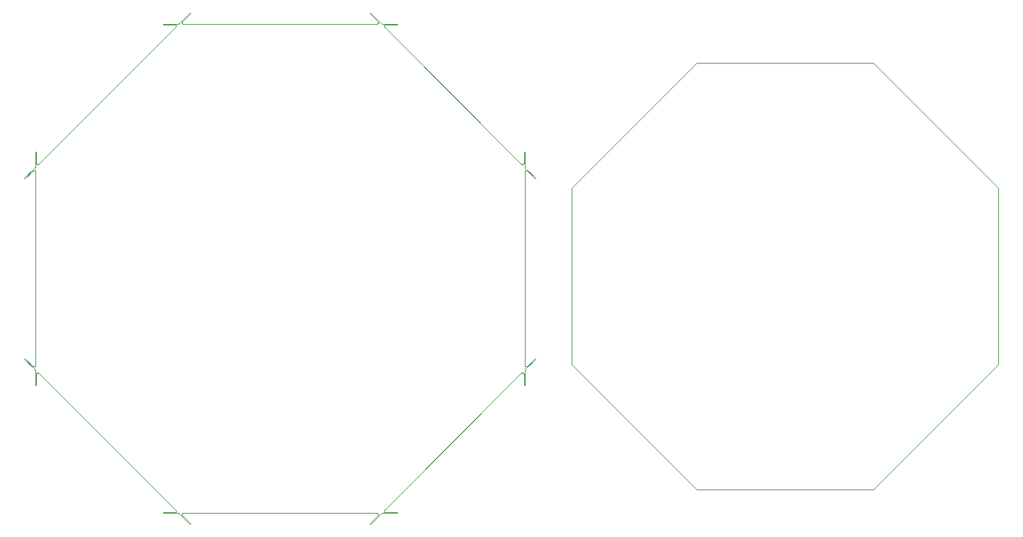
<source format=gbr>
%TF.GenerationSoftware,KiCad,Pcbnew,8.0.1*%
%TF.CreationDate,2024-04-23T14:00:23-07:00*%
%TF.ProjectId,week4PCB,7765656b-3450-4434-922e-6b696361645f,rev?*%
%TF.SameCoordinates,Original*%
%TF.FileFunction,OtherDrawing,Comment*%
%FSLAX46Y46*%
G04 Gerber Fmt 4.6, Leading zero omitted, Abs format (unit mm)*
G04 Created by KiCad (PCBNEW 8.0.1) date 2024-04-23 14:00:23*
%MOMM*%
%LPD*%
G01*
G04 APERTURE LIST*
%ADD10C,0.010000*%
G04 APERTURE END LIST*
D10*
X85843753Y6288776D02*
X85843114Y6282348D01*
X151816234Y9000000D02*
X174183766Y9000000D01*
X129596335Y23767084D02*
X129601149Y23771391D01*
X174183766Y9000000D02*
X190000000Y24816234D01*
X129823608Y23787796D02*
X129829002Y23784242D01*
X190000000Y47183766D02*
X174183766Y63000000D01*
X112315785Y6135894D02*
X112310026Y6138819D01*
X112358431Y6121199D02*
X112352139Y6122661D01*
X136000000Y47183766D02*
X136000000Y24816234D01*
X86683052Y6002719D02*
X86688706Y6005842D01*
X99027479Y6022330D02*
X111234586Y6022330D01*
X129757900Y50186307D02*
X129751532Y50185226D01*
X111298722Y6026531D02*
X111305131Y6025728D01*
X67991231Y49772792D02*
X66657778Y48439340D01*
X111234586Y6022330D02*
X111240888Y6023745D01*
X68410566Y50200618D02*
X68404665Y50197990D01*
X85844334Y67691863D02*
X85844082Y67685409D01*
X86637929Y5966436D02*
X86642357Y5971138D01*
X86594143Y68201859D02*
X86595718Y68208124D01*
X86589884Y68144115D02*
X86589468Y68150561D01*
X130184496Y24561795D02*
X130178039Y24561989D01*
X68265985Y23805033D02*
X68272072Y23807193D01*
X67908888Y24566287D02*
X67902561Y24564986D01*
X85785464Y67559690D02*
X85780682Y67555347D01*
X130265905Y24579298D02*
X130260004Y24576670D01*
X129601149Y23771391D02*
X129606108Y23775529D01*
X129582826Y23753203D02*
X129587168Y23757985D01*
X86595284Y5887687D02*
X86597018Y5893909D01*
X68476306Y50251726D02*
X68472132Y50246797D01*
X112217038Y6352785D02*
X112218828Y6358991D01*
X111247235Y6024942D02*
X111253620Y6025918D01*
X112222446Y67761494D02*
X112224814Y67767503D01*
X130000948Y24728757D02*
X130000367Y24735190D01*
X68284453Y23810875D02*
X68290731Y23812393D01*
X111253620Y6025918D02*
X111260035Y6026673D01*
X85821814Y6215009D02*
X85818641Y6209383D01*
X85715232Y67873770D02*
X85721339Y67871665D01*
X111292289Y67972889D02*
X111285840Y67972530D01*
X111382874Y5995898D02*
X111388175Y5992208D01*
X111342659Y6016326D02*
X111348689Y6014012D01*
X129839404Y50223414D02*
X129834269Y50219496D01*
X111260035Y6026673D02*
X111266472Y6027207D01*
X85756129Y6145257D02*
X85750586Y6141942D01*
X85804064Y6188075D02*
X85799971Y6183078D01*
X111371906Y6002719D02*
X111377449Y5999404D01*
X85843607Y6321033D02*
X85844082Y6314591D01*
X85841991Y6333848D02*
X85842910Y6327454D01*
X111464434Y68137687D02*
X111463574Y68131286D01*
X129812470Y23794335D02*
X129818096Y23791162D01*
X111285840Y6027470D02*
X111292289Y6027111D01*
X111348689Y6014012D02*
X111354636Y6011492D01*
X111305131Y6025728D02*
X111311509Y6024705D01*
X68043805Y24684820D02*
X68041491Y24678789D01*
X129621802Y23786882D02*
X129627284Y23790298D01*
X111406784Y5704351D02*
X111402002Y5700008D01*
X111463574Y5868714D02*
X111464434Y5862313D01*
X111439961Y5935278D02*
X111443135Y5929652D01*
X111317847Y6023461D02*
X111324139Y6022000D01*
X85733316Y6133169D02*
X85727369Y6130649D01*
X111432079Y5733623D02*
X111428293Y5728390D01*
X111398379Y5984289D02*
X111403270Y5980070D01*
X111336552Y6018430D02*
X111342659Y6016326D01*
X111462173Y5804455D02*
X111460815Y5798141D01*
X111354636Y6011492D02*
X111360493Y6008767D01*
X111451464Y5912164D02*
X111453832Y5906155D01*
X111408012Y5975684D02*
X111412600Y5971138D01*
X111397073Y5695834D02*
X111392003Y5691832D01*
X111360493Y6008767D02*
X111366252Y6005842D01*
X112236317Y67790617D02*
X112239683Y67796130D01*
X112364769Y6119956D02*
X112358431Y6121199D01*
X111366252Y6005842D02*
X111371906Y6002719D01*
X111386798Y68311993D02*
X111392003Y68308168D01*
X111433041Y5946184D02*
X111436595Y5940790D01*
X67993914Y24610450D02*
X67989062Y24606187D01*
X111377449Y5999404D02*
X111382874Y5995898D01*
X86612636Y5750063D02*
X86609607Y5755768D01*
X111450809Y5767475D02*
X111448181Y5761574D01*
X111443135Y5929652D02*
X111446112Y5923920D01*
X111388175Y5992208D02*
X111393346Y5988336D01*
X111428293Y5728390D02*
X111424328Y5723291D01*
X111403270Y5980070D02*
X111408012Y5975684D01*
X68453809Y50228609D02*
X68448849Y50224471D01*
X68458622Y50232916D02*
X68453809Y50228609D01*
X129719342Y50183145D02*
X129712888Y50183397D01*
X129829002Y50215758D02*
X129823608Y50212204D01*
X112339726Y67873770D02*
X112345902Y67875662D01*
X111412600Y5971138D02*
X111417029Y5966436D01*
X68155814Y23693860D02*
X68158127Y23699890D01*
X86672083Y68004102D02*
X86666782Y68007792D01*
X111453232Y5773462D02*
X111450809Y5767475D01*
X85772025Y67843676D02*
X85777059Y67839628D01*
X85651603Y67882856D02*
X85658062Y67882944D01*
X111436595Y68059210D02*
X111433041Y68053816D01*
X111462492Y68124918D02*
X111461192Y68118591D01*
X111455992Y5900068D02*
X111457940Y5893909D01*
X86615860Y5744466D02*
X86612636Y5750063D01*
X130070893Y49397906D02*
X130076028Y49401824D01*
X112256088Y6426330D02*
X112260395Y6431143D01*
X111453832Y5906155D02*
X111455992Y5900068D01*
X129687273Y50186627D02*
X129680958Y50187984D01*
X111457940Y5893909D02*
X111459674Y5887687D01*
X86598966Y5900068D02*
X86601125Y5906155D01*
X129834269Y50219496D02*
X129829002Y50215758D01*
X129908736Y50395179D02*
X129909491Y50388764D01*
X86643545Y5708855D02*
X86639074Y5713517D01*
X68386470Y50191350D02*
X68380263Y50189559D01*
X130318623Y49383934D02*
X130323128Y49379305D01*
X112333619Y6128335D02*
X112327589Y6130649D01*
X111461192Y5881409D02*
X111462492Y5875082D01*
X111360493Y67991233D02*
X111354636Y67988508D01*
X129656280Y23804432D02*
X129662348Y23806647D01*
X111464927Y5823628D02*
X111464230Y5817207D01*
X85727369Y6130649D02*
X85721339Y6128335D01*
X86622879Y68266377D02*
X86626665Y68271610D01*
X130265905Y49420702D02*
X130271711Y49417872D01*
X130241809Y49429971D02*
X130247949Y49427967D01*
X112230928Y67611107D02*
X112228097Y67616913D01*
X130000367Y24735190D02*
X130000009Y24741639D01*
X130127411Y49428513D02*
X130133570Y49430461D01*
X130086688Y49409116D02*
X130092201Y49412482D01*
X130001561Y49226141D02*
X130000806Y49232556D01*
X111457450Y5785670D02*
X111455446Y5779530D01*
X112409806Y67882546D02*
X112416243Y67882012D01*
X111455446Y5779530D02*
X111453232Y5773462D01*
X112216604Y67743026D02*
X112218338Y67749248D01*
X129606108Y50224471D02*
X129601149Y50228609D01*
X130178039Y49438011D02*
X130184496Y49438205D01*
X130092201Y49412482D02*
X130097827Y49415656D01*
X85721339Y67871665D02*
X85727369Y67869351D01*
X85664520Y67882809D02*
X85670969Y67882451D01*
X130103559Y49418633D02*
X130109391Y49421411D01*
X111435682Y5738984D02*
X111432079Y5733623D01*
X68236862Y50208838D02*
X68231349Y50212204D01*
X111420190Y5718331D02*
X111415883Y5713517D01*
X130323128Y49379305D02*
X130327471Y49374523D01*
X130190955Y49438176D02*
X130197409Y49437923D01*
X85777059Y67839628D02*
X85781950Y67835409D01*
X111403270Y68019930D02*
X111398379Y68015711D01*
X112212048Y67672546D02*
X112211351Y67678967D01*
X112210624Y6308137D02*
X112210876Y6314591D01*
X111392003Y5691832D02*
X111386798Y5688007D01*
X112383989Y67882451D02*
X112390438Y67882809D01*
X112441692Y6122330D02*
X112435390Y6120916D01*
X110466819Y4630299D02*
X111800271Y5963752D01*
X86652956Y5700008D02*
X86648174Y5704351D01*
X67933634Y24573647D02*
X67927547Y24571487D01*
X113827479Y6122330D02*
X112441692Y6122330D01*
X86775575Y6027605D02*
X86782034Y6027517D01*
X112352139Y6122661D02*
X112345902Y6124338D01*
X68147198Y50401564D02*
X68148395Y50407911D01*
X112211351Y6321033D02*
X112212048Y6327454D01*
X112429043Y6119719D02*
X112422658Y6118743D01*
X86639074Y5713517D02*
X86634767Y5718331D01*
X113827479Y67977670D02*
X111941692Y67977670D01*
X68192070Y23754471D02*
X68196455Y23759213D01*
X68153709Y23687753D02*
X68155814Y23693860D01*
X112244199Y6411038D02*
X112247985Y6416271D01*
X112409806Y6117454D02*
X112403354Y6117144D01*
X85841172Y6269579D02*
X85839872Y6263252D01*
X130005479Y49296660D02*
X130007156Y49302898D01*
X85744931Y6138819D02*
X85739172Y6135894D01*
X68458622Y23767084D02*
X68463284Y23762614D01*
X68148678Y23669048D02*
X68150140Y23675340D01*
X130015987Y24672842D02*
X130013466Y24678789D01*
X130051794Y24619466D02*
X130047409Y24624209D01*
X67927547Y49428513D02*
X67933634Y49426353D01*
X67771945Y49411618D02*
X67777542Y49414843D01*
X86611823Y68070348D02*
X86608846Y68076080D01*
X112218338Y6250752D02*
X112216604Y6256974D01*
X112339726Y6126230D02*
X112333619Y6128335D01*
X68476306Y23748274D02*
X68480308Y23743204D01*
X130309148Y24607289D02*
X130304188Y24603150D01*
X129627284Y50209702D02*
X129621802Y50213118D01*
X130331645Y24630406D02*
X130327471Y24625477D01*
X129906279Y23669048D02*
X129907522Y23662710D01*
X68491231Y23727208D02*
X85754687Y6463752D01*
X112310026Y6138819D02*
X112304372Y6141942D01*
X68160648Y50294163D02*
X68158127Y50300110D01*
X86737110Y67976539D02*
X86730819Y67978000D01*
X86743449Y67975295D02*
X86737110Y67976539D01*
X67968269Y24590884D02*
X67962756Y24587518D01*
X129706446Y23816128D02*
X129712888Y23816603D01*
X112220286Y6244593D02*
X112218338Y6250752D01*
X112298829Y6145257D02*
X112293404Y6148763D01*
X129829002Y23784242D02*
X129834269Y23780504D01*
X112293404Y6148763D02*
X112288103Y6152453D01*
X67715486Y49359319D02*
X67719311Y49364524D01*
X112288103Y6152453D02*
X112282932Y6156324D01*
X68150140Y23675340D02*
X68151817Y23681577D01*
X112236317Y6209383D02*
X112233143Y6215009D01*
X112268266Y6168977D02*
X112263678Y6173523D01*
X86737110Y6023461D02*
X86743449Y6024705D01*
X112263678Y6173523D02*
X112259250Y6178225D01*
X130076028Y49401824D02*
X130081295Y49405562D01*
X130043190Y24629099D02*
X130039142Y24634133D01*
X130056341Y24614879D02*
X130051794Y24619466D01*
X112259250Y6178225D02*
X112254986Y6183078D01*
X111397073Y68304166D02*
X111402002Y68299992D01*
X112210788Y67704778D02*
X112211205Y67711224D01*
X112239683Y6203870D02*
X112236317Y6209383D01*
X67800941Y49425753D02*
X67807009Y49427967D01*
X130299089Y49400814D02*
X130304188Y49396850D01*
X66657778Y25560660D02*
X67991231Y24227208D01*
X112237181Y67599805D02*
X112233957Y67605402D01*
X112227389Y6226573D02*
X112224814Y6232497D01*
X68145609Y23649923D02*
X68146412Y23656332D01*
X67719311Y24635476D02*
X67715486Y24640681D01*
X68144535Y50369417D02*
X68144622Y50375875D01*
X68049809Y24085786D02*
X68049809Y22200000D01*
X86589556Y68169930D02*
X86590031Y68176372D01*
X112222446Y6238506D02*
X112220286Y6244593D01*
X67719311Y49364524D02*
X67723313Y49369594D01*
X112215086Y6263252D02*
X112213786Y6269579D01*
X68163373Y23711694D02*
X68166298Y23717452D01*
X67777542Y24585157D02*
X67771945Y24588382D01*
X111432079Y68266377D02*
X111435682Y68261016D01*
X111800271Y68036248D02*
X110466819Y69369701D01*
X68036246Y49333014D02*
X68038970Y49327158D01*
X67838292Y49435833D02*
X67844686Y49436751D01*
X129668488Y23808650D02*
X129674694Y23810441D01*
X85836619Y6250752D02*
X85834671Y6244593D01*
X67896193Y49436095D02*
X67902561Y49435014D01*
X112213786Y6269579D02*
X112212704Y6275947D01*
X86604149Y5767475D02*
X86601726Y5773462D01*
X68011768Y24629099D02*
X68007549Y24624209D01*
X112212967Y6333848D02*
X112214105Y6340206D01*
X68448849Y50224471D02*
X68443750Y50220506D01*
X129574650Y23743204D02*
X129578652Y23748274D01*
X68019687Y24639304D02*
X68015815Y24634133D01*
X112214105Y6340206D02*
X112215463Y6346520D01*
X85760143Y6460296D02*
X85765478Y6456654D01*
X84227479Y67877670D02*
X85613265Y67877670D01*
X129776727Y23809140D02*
X129782886Y23807193D01*
X112215463Y6346520D02*
X112217038Y6352785D01*
X111465654Y68163476D02*
X111465684Y68157017D01*
X131326469Y48368629D02*
X131397179Y48439340D01*
X130043190Y49370901D02*
X130047409Y49375791D01*
X68472132Y50246797D02*
X68467789Y50242015D01*
X112211351Y67678967D02*
X112210876Y67685409D01*
X112223047Y6371199D02*
X112225469Y6377186D01*
X86666782Y5992208D02*
X86672083Y5995898D01*
X112233957Y6394598D02*
X112237181Y6400195D01*
X68433156Y23786882D02*
X68438516Y23783280D01*
X85739172Y67864106D02*
X85744931Y67861181D01*
X86113265Y67977670D02*
X84227479Y67977670D01*
X112237181Y6400195D02*
X112240596Y6405677D01*
X129616441Y23783280D02*
X129621802Y23786882D01*
X112240596Y6405677D02*
X112244199Y6411038D01*
X129587168Y23757985D02*
X129591673Y23762614D01*
X129563727Y23727208D02*
X129567183Y23732665D01*
X85830144Y6232497D02*
X85827569Y6226573D01*
X112251950Y6421370D02*
X112256088Y6426330D01*
X112210876Y67685409D02*
X112210624Y67691863D01*
X112217038Y67647215D02*
X112215463Y67653480D01*
X112264865Y6435806D02*
X112269494Y6440310D01*
X68053207Y49277652D02*
X68054010Y49271243D01*
X67951399Y49418633D02*
X67957131Y49415656D01*
X67902561Y49435014D02*
X67908888Y49433713D01*
X112274276Y6444653D02*
X112279205Y6448827D01*
X112269494Y6440310D02*
X112274276Y6444653D01*
X129725801Y23816885D02*
X129732257Y23816691D01*
X112284275Y6452829D02*
X112289480Y6456654D01*
X129862888Y50245529D02*
X129858502Y50240787D01*
X112289480Y6456654D02*
X112294814Y6460296D01*
X67870462Y49438205D02*
X67876918Y49438011D01*
X129907522Y23662710D02*
X129908546Y23656332D01*
X110466819Y69369701D02*
X110396108Y69298990D01*
X112294814Y6460296D02*
X112300271Y6463752D01*
X85810758Y6411038D02*
X85814361Y6405677D01*
X130000948Y49271243D02*
X130001751Y49277652D01*
X129674694Y23810441D02*
X129680958Y23812016D01*
X129567183Y23732665D02*
X129570825Y23737999D01*
X85625915Y67880281D02*
X85632300Y67881257D01*
X86591646Y68189187D02*
X86592785Y68195545D01*
X86788486Y67972793D02*
X86782034Y67972483D01*
X130133570Y24569539D02*
X130127411Y24571487D01*
X68054010Y49271243D02*
X68054590Y49264810D01*
X129591673Y23762614D02*
X129596335Y23767084D01*
X111463574Y68131286D02*
X111462492Y68124918D01*
X129606108Y23775529D02*
X129611208Y23779494D01*
X129616441Y50216720D02*
X129611208Y50220506D01*
X130011153Y24684820D02*
X130009048Y24690927D01*
X130203851Y24562552D02*
X130197409Y24562077D01*
X67957131Y24584344D02*
X67951399Y24581367D01*
X85791280Y67826477D02*
X85795708Y67821775D01*
X130165166Y24563045D02*
X130158765Y24563905D01*
X67727487Y24625477D02*
X67723313Y24630406D01*
X111465402Y68169930D02*
X111465654Y68163476D01*
X68054686Y24761007D02*
X68054996Y24754555D01*
X129764227Y23812393D02*
X129770505Y23810875D01*
X112227389Y67773427D02*
X112230166Y67779259D01*
X112214105Y67659794D02*
X112212967Y67666152D01*
X129719342Y23816855D02*
X129725801Y23816885D01*
X86592465Y68124918D02*
X86591384Y68131286D01*
X129745130Y23815635D02*
X129751532Y23814774D01*
X86594143Y5798141D02*
X86592785Y5804455D01*
X130343114Y49353985D02*
X130346570Y49348528D01*
X130031580Y49355395D02*
X130035271Y49360696D01*
X129782886Y23807193D02*
X129788973Y23805033D01*
X68049479Y49296660D02*
X68050940Y49290368D01*
X85811721Y67801523D02*
X85815275Y67796130D01*
X86794923Y6026673D02*
X86801337Y6025918D01*
X129794982Y23802665D02*
X129800906Y23800090D01*
X85827569Y67773427D02*
X85830144Y67767503D01*
X129806738Y23797313D02*
X129812470Y23794335D01*
X85832512Y67761494D02*
X85834671Y67755407D01*
X129907522Y50337290D02*
X129906279Y50330952D01*
X68163373Y50288306D02*
X68160648Y50294163D01*
X112212967Y67666152D02*
X112212048Y67672546D01*
X129896830Y23699890D02*
X129899144Y23693860D01*
X129834269Y23780504D02*
X129839404Y23776586D01*
X112215086Y67736748D02*
X112216604Y67743026D01*
X129888660Y23717452D02*
X129891585Y23711694D01*
X67745810Y49392711D02*
X67750769Y49396850D01*
X129839404Y23776586D02*
X129844401Y23772492D01*
X68290731Y23812393D02*
X68297058Y23813693D01*
X111463311Y68189187D02*
X111464230Y68182793D01*
X85670969Y6117549D02*
X85664520Y6117191D01*
X129858502Y23759213D02*
X129862888Y23754471D01*
X129910025Y50382327D02*
X129910335Y50375875D01*
X130327471Y24625477D02*
X130323128Y24620695D01*
X129909491Y23611236D02*
X129908736Y23604821D01*
X129867107Y23749580D02*
X129871154Y23744547D01*
X129849253Y50231771D02*
X129844401Y50227508D01*
X129885537Y50276893D02*
X129882222Y50271350D01*
X129871154Y23744547D02*
X129875026Y23739376D01*
X129680958Y50187984D02*
X129674694Y50189559D01*
X129875026Y23739376D02*
X129878716Y23734075D01*
X130005148Y24085786D02*
X130063727Y24227208D01*
X129878716Y23734075D02*
X129882222Y23728650D01*
X67750769Y24603150D02*
X67745810Y24607289D01*
X129882222Y23728650D02*
X129885537Y23723107D01*
X129909929Y50356510D02*
X129909349Y50350077D01*
X129909491Y50388764D02*
X129910025Y50382327D01*
X85824030Y6388893D02*
X85826860Y6383087D01*
X129894310Y23705837D02*
X129896830Y23699890D01*
X129882222Y50271350D02*
X129878716Y50265925D01*
X129899144Y23693860D02*
X129901248Y23687753D01*
X86756235Y67973469D02*
X86749826Y67974272D01*
X129901248Y23687753D02*
X129903140Y23681577D01*
X130109391Y49421411D02*
X130115314Y49423985D01*
X129903140Y23681577D02*
X129904818Y23675340D01*
X129905148Y23585786D02*
X129905148Y22200000D01*
X129904818Y23675340D02*
X129906279Y23669048D01*
X68155814Y50306140D02*
X68153709Y50312247D01*
X129909929Y23643490D02*
X129910288Y23637041D01*
X112211844Y67717652D02*
X112212704Y67724053D01*
X129738703Y50183726D02*
X129732257Y50183309D01*
X129910423Y23630583D02*
X129910335Y23624125D01*
X111459674Y68112313D02*
X111457940Y68106091D01*
X130335647Y24635476D02*
X130331645Y24630406D01*
X68278231Y23809140D02*
X68284453Y23810875D01*
X129910335Y23624125D02*
X129910025Y23617673D01*
X68149809Y50414214D02*
X68149809Y51800000D01*
X68354933Y50184569D02*
X68348512Y50183872D01*
X129906563Y23592089D02*
X129905148Y23585786D01*
X85842910Y67672546D02*
X85841991Y67666152D01*
X130063727Y24227208D02*
X131397179Y25560660D01*
X86609607Y5755768D02*
X86606777Y5761574D01*
X131397179Y25560660D02*
X131326469Y25631371D01*
X86712299Y6016326D02*
X86718405Y6018430D01*
X86652956Y68299992D02*
X86657884Y68304166D01*
X86639074Y68286483D02*
X86643545Y68291145D01*
X86606777Y68238426D02*
X86609607Y68244232D01*
X130346570Y24651472D02*
X130343114Y24646015D01*
X85839495Y67653480D02*
X85837920Y67647215D01*
X130121324Y49426353D02*
X130127411Y49428513D01*
X85739172Y6135894D02*
X85733316Y6133169D01*
X130343114Y24646015D02*
X130339471Y24640681D01*
X67755869Y24599186D02*
X67750769Y24603150D01*
X130304188Y24603150D02*
X130299089Y24599186D01*
X68392610Y50193353D02*
X68386470Y50191350D01*
X130299089Y24599186D02*
X130293856Y24595400D01*
X67927547Y24571487D02*
X67921388Y24569539D01*
X130283012Y24588382D02*
X130277416Y24585157D01*
X130000272Y24761007D02*
X130000806Y24767444D01*
X130277416Y24585157D02*
X130271711Y24582128D01*
X130223023Y24565306D02*
X130216666Y24564167D01*
X130271711Y24582128D02*
X130265905Y24579298D01*
X130005148Y51800000D02*
X129905148Y51800000D01*
X130165166Y49436955D02*
X130171594Y49437594D01*
X130254017Y24574247D02*
X130247949Y24572033D01*
X130000009Y49258361D02*
X130000367Y49264810D01*
X130000806Y24767444D02*
X130001561Y24773859D01*
X130247949Y24572033D02*
X130241809Y24570029D01*
X130031580Y24644605D02*
X130028075Y24650030D01*
X130241809Y24570029D02*
X130235602Y24568239D01*
X130035271Y49360696D02*
X130039142Y49365867D01*
X130229338Y24566664D02*
X130223023Y24565306D01*
X86642357Y5971138D02*
X86646945Y5975684D01*
X130005148Y24792893D02*
X130005148Y49207107D01*
X130197409Y24562077D02*
X130190955Y24561824D01*
X86662954Y5691832D02*
X86657884Y5695834D01*
X68053207Y24722348D02*
X68052183Y24715970D01*
X130081295Y24594438D02*
X130076028Y24598176D01*
X111425385Y68043414D02*
X111421292Y68038417D01*
X130178039Y24561989D02*
X130171594Y24562406D01*
X67807009Y24572033D02*
X67800941Y24574247D01*
X67951399Y24581367D02*
X67945567Y24578589D01*
X130127411Y24571487D02*
X130121324Y24573647D01*
X130133570Y49430461D02*
X130139792Y49432195D01*
X130018712Y49333014D02*
X130021637Y49338773D01*
X129910423Y50369417D02*
X129910288Y50362959D01*
X129907760Y50401564D02*
X129908736Y50395179D01*
X67783247Y24582128D02*
X67777542Y24585157D01*
X86646945Y68024316D02*
X86642357Y68028862D01*
X130001751Y24722348D02*
X130000948Y24728757D01*
X86683052Y67997281D02*
X86677509Y68000596D01*
X130039142Y24634133D02*
X130035271Y24639304D01*
X130229338Y49433336D02*
X130235602Y49431761D01*
X130047409Y49375791D02*
X130051794Y49380534D01*
X129999874Y24748096D02*
X129999961Y24754555D01*
X130013466Y24678789D02*
X130011153Y24684820D01*
X130021637Y49338773D02*
X130024759Y49344427D01*
X130009048Y24690927D02*
X130007156Y24697102D01*
X130009048Y49309073D02*
X130011153Y49315180D01*
X130004017Y24709632D02*
X130002774Y24715970D01*
X67876918Y24561989D02*
X67870462Y24561795D01*
X68272072Y50192807D02*
X68265985Y50194967D01*
X130002774Y24715970D02*
X130001751Y24722348D01*
X86788486Y6027207D02*
X86794923Y6026673D01*
X130000009Y24741639D02*
X129999874Y24748096D01*
X67825619Y49433336D02*
X67831934Y49434694D01*
X112298829Y67854743D02*
X112304372Y67858058D01*
X68045909Y49309073D02*
X68047801Y49302898D01*
X111382874Y68004102D02*
X111377449Y68000596D01*
X111464230Y68182793D02*
X111464927Y68176372D01*
X130002537Y49219756D02*
X130001561Y49226141D01*
X130216666Y49435833D02*
X130223023Y49434694D01*
X130000806Y49232556D02*
X130000272Y49238993D01*
X85810758Y67588962D02*
X85806972Y67583729D01*
X130000272Y49238993D02*
X129999961Y49245445D01*
X85836129Y67641009D02*
X85834126Y67634869D01*
X85799971Y67816922D02*
X85804064Y67811925D01*
X113827479Y67877670D02*
X113827479Y67977670D01*
X129999874Y49251904D02*
X130000009Y49258361D01*
X111411413Y68291145D02*
X111415883Y68286483D01*
X130004017Y49290368D02*
X130005479Y49296660D01*
X68033321Y24661227D02*
X68030198Y24655573D01*
X130203851Y49437448D02*
X130210272Y49436751D01*
X68047801Y24697102D02*
X68045909Y24690927D01*
X68335616Y50183145D02*
X68329157Y50183115D01*
X85794563Y6431143D02*
X85798870Y6426330D01*
X130015987Y49327158D02*
X130018712Y49333014D01*
X85625915Y6119719D02*
X85619568Y6120916D01*
X130024759Y49344427D02*
X130028075Y49349970D01*
X68215553Y23776586D02*
X68220689Y23780504D01*
X130039142Y49365867D02*
X130043190Y49370901D01*
X86590031Y5823628D02*
X86589556Y5830070D01*
X130056341Y49385121D02*
X130061043Y49389550D01*
X68176241Y50265925D02*
X68172736Y50271350D01*
X130081295Y49405562D02*
X130086688Y49409116D01*
X129632881Y50206478D02*
X129627284Y50209702D01*
X130288495Y49408203D02*
X130293856Y49404600D01*
X130097827Y49415656D02*
X130103559Y49418633D01*
X112300271Y67536248D02*
X112294814Y67539704D01*
X130309148Y49392711D02*
X130313961Y49388405D01*
X111450809Y68232525D02*
X111453232Y68226538D01*
X111406784Y68295649D02*
X111411413Y68291145D01*
X85702819Y6122661D02*
X85696527Y6121199D01*
X130223023Y49434694D02*
X130229338Y49433336D01*
X67813149Y49429971D02*
X67819355Y49431761D01*
X68148395Y50407911D02*
X68149809Y50414214D01*
X130235602Y49431761D02*
X130241809Y49429971D01*
X86762668Y6027111D02*
X86769118Y6027470D01*
X86756235Y6026531D02*
X86762668Y6027111D01*
X86656578Y68015711D02*
X86651688Y68019930D01*
X111240888Y67976255D02*
X111234586Y67977670D01*
X130271711Y49417872D02*
X130277416Y49414843D01*
X68443750Y23779494D02*
X68448849Y23775529D01*
X130293856Y49404600D02*
X130299089Y49400814D01*
X129782886Y50192807D02*
X129776727Y50190860D01*
X130304188Y49396850D02*
X130309148Y49392711D01*
X86666782Y68007792D02*
X86661612Y68011664D01*
X129906279Y50330952D02*
X129904818Y50324660D01*
X130327471Y49374523D02*
X130331645Y49369594D01*
X86589556Y5830070D02*
X86589303Y5836524D01*
X112210624Y67691863D02*
X112210594Y67698322D01*
X67870462Y24561795D02*
X67864003Y24561824D01*
X85775753Y67551173D02*
X85770683Y67547171D01*
X129905148Y50414214D02*
X129906563Y50407911D01*
X68052183Y49284030D02*
X68053207Y49277652D01*
X130063727Y49772792D02*
X130005148Y49914214D01*
X67755869Y49400814D02*
X67761102Y49404600D01*
X129770505Y50189125D02*
X129764227Y50187607D01*
X129910288Y50362959D02*
X129909929Y50356510D01*
X68373999Y50187984D02*
X68367684Y50186627D01*
X129901248Y50312247D02*
X129899144Y50306140D01*
X86599512Y68220470D02*
X86601726Y68226538D01*
X129899144Y50306140D02*
X129896830Y50300110D01*
X67750769Y49396850D02*
X67755869Y49400814D01*
X129823608Y50212204D02*
X129818096Y50208838D01*
X86661612Y5988336D02*
X86666782Y5992208D01*
X129894310Y50294163D02*
X129891585Y50288306D01*
X86630629Y5723291D02*
X86626665Y5728390D01*
X129858502Y50240787D02*
X129853956Y50236199D01*
X67921388Y49430461D02*
X67927547Y49428513D01*
X86597508Y68214330D02*
X86599512Y68220470D01*
X86642357Y68028862D02*
X86637929Y68033564D01*
X85765478Y6456654D02*
X85770683Y6452829D01*
X129818096Y50208838D02*
X129812470Y50205665D01*
X84227479Y6122330D02*
X84227479Y6022330D01*
X129788973Y50194967D02*
X129782886Y50192807D01*
X86677509Y5999404D02*
X86683052Y6002719D01*
X129712888Y50183397D02*
X129706446Y50183872D01*
X86629573Y5956586D02*
X86633666Y5961583D01*
X129706446Y50183872D02*
X129700025Y50184569D01*
X85827569Y6226573D02*
X85824792Y6220741D01*
X112304372Y67858058D02*
X112310026Y67861181D01*
X129662348Y50193353D02*
X129656280Y50195568D01*
X86749826Y67974272D02*
X86743449Y67975295D01*
X129638586Y50203449D02*
X129632881Y50206478D01*
X129644392Y50200618D02*
X129638586Y50203449D01*
X86611823Y5929652D02*
X86614997Y5935278D01*
X67766463Y49408203D02*
X67771945Y49411618D01*
X112396896Y67882944D02*
X112403354Y67882856D01*
X112327589Y67869351D02*
X112333619Y67871665D01*
X68438516Y23783280D02*
X68443750Y23779494D01*
X129601149Y50228609D02*
X129596335Y50232916D01*
X68041491Y49321211D02*
X68043805Y49315180D01*
X112218828Y67641009D02*
X112217038Y67647215D01*
X129596335Y50232916D02*
X129591673Y50237386D01*
X85638715Y6117988D02*
X85632300Y6118743D01*
X85766855Y67847547D02*
X85772025Y67843676D01*
X85839872Y67736748D02*
X85841172Y67730421D01*
X112390438Y67882809D02*
X112396896Y67882944D01*
X129567183Y50267335D02*
X129563727Y50272792D01*
X86634767Y5718331D02*
X86630629Y5723291D01*
X112294814Y67539704D02*
X112289480Y67543346D01*
X85799971Y6183078D02*
X85795708Y6178225D01*
X112321642Y67866831D02*
X112327589Y67869351D01*
X112284275Y67547171D02*
X112279205Y67551173D01*
X68265985Y50194967D02*
X68259975Y50197335D01*
X68367684Y50186627D02*
X68361326Y50185488D01*
X85824792Y67779259D02*
X85827569Y67773427D01*
X67761102Y24595400D02*
X67755869Y24599186D01*
X112240596Y67594323D02*
X112237181Y67599805D01*
X112279205Y67551173D02*
X112274276Y67555347D01*
X68149809Y22200000D02*
X68149809Y23585786D01*
X112274276Y67555347D02*
X112269494Y67559690D01*
X85683811Y67881067D02*
X85690189Y67880044D01*
X86814070Y67976255D02*
X86807722Y67975058D01*
X112218338Y67749248D02*
X112220286Y67755407D01*
X112220832Y67634869D02*
X112218828Y67641009D01*
X67915166Y49432195D02*
X67921388Y49430461D01*
X67761102Y49404600D02*
X67766463Y49408203D01*
X112371147Y67881067D02*
X112377556Y67881870D01*
X85838353Y67743026D02*
X85839872Y67736748D01*
X85733316Y67866831D02*
X85739172Y67864106D01*
X67978930Y24598176D02*
X67973663Y24594438D01*
X86730819Y67978000D02*
X86724581Y67979677D01*
X86769118Y67972530D02*
X86762668Y67972889D01*
X86782034Y6027517D02*
X86788486Y6027207D01*
X112244199Y67588962D02*
X112240596Y67594323D01*
X68404665Y50197990D02*
X68398678Y50195568D01*
X112243237Y67801523D02*
X112246975Y67806790D01*
X111421292Y68038417D02*
X111417029Y68033564D01*
X111424328Y68276709D02*
X111428293Y68271610D01*
X112211205Y67711224D02*
X112211844Y67717652D01*
X68467789Y23757985D02*
X68472132Y23753203D01*
X112212704Y67724053D02*
X112213786Y67730421D01*
X86646945Y5975684D02*
X86651688Y5980070D01*
X112246975Y67806790D02*
X112250893Y67811925D01*
X112254986Y67816922D02*
X112259250Y67821775D01*
X112250893Y67811925D02*
X112254986Y67816922D01*
X112310026Y67861181D02*
X112315785Y67864106D01*
X112259250Y67821775D02*
X112263678Y67826477D01*
X111420190Y68281669D02*
X111424328Y68276709D01*
X112333619Y67871665D02*
X112339726Y67873770D01*
X68248220Y50202687D02*
X68242488Y50205665D01*
X112352139Y67877339D02*
X112358431Y67878801D01*
X68187851Y23749580D02*
X68192070Y23754471D01*
X112358431Y67878801D02*
X112364769Y67880044D01*
X67915166Y24567805D02*
X67908888Y24566287D01*
X111298722Y67973469D02*
X111292289Y67972889D01*
X112364769Y67880044D02*
X112371147Y67881067D01*
X111446112Y68076080D02*
X111443135Y68070348D01*
X112377556Y67881870D02*
X112383989Y67882451D01*
X67819355Y24568239D02*
X67813149Y24570029D01*
X112416243Y67882012D02*
X112422658Y67881257D01*
X87658850Y4701010D02*
X86678951Y5680909D01*
X112441692Y67877670D02*
X113827479Y67877670D01*
X68146222Y23604821D02*
X68145466Y23611236D01*
X111376007Y68319091D02*
X111381464Y68315635D01*
X111461192Y68118591D02*
X111459674Y68112313D01*
X111459240Y68208124D02*
X111460815Y68201859D01*
X85844082Y67685409D02*
X85843607Y67678967D01*
X111460815Y68201859D02*
X111462173Y68195545D01*
X67896193Y24563905D02*
X67889791Y24563045D01*
X85760143Y67539704D02*
X85754687Y67536248D01*
X85790092Y67564194D02*
X85785464Y67559690D01*
X111443135Y68070348D02*
X111439961Y68064722D01*
X111448889Y68081912D02*
X111446112Y68076080D01*
X85709056Y67875662D02*
X85715232Y67873770D01*
X111439961Y68064722D02*
X111436595Y68059210D01*
X68225956Y23784242D02*
X68231349Y23787796D01*
X68049809Y22200000D02*
X68149809Y22200000D01*
X111433041Y68053816D02*
X111429303Y68048549D01*
X87588139Y69369701D02*
X86254687Y68036248D01*
X111429303Y68048549D02*
X111425385Y68043414D01*
X85781950Y67835409D02*
X85786692Y67831023D01*
X111417029Y68033564D02*
X111412600Y68028862D01*
X111234586Y67977670D02*
X86820372Y67977670D01*
X111398379Y68015711D02*
X111393346Y68011664D01*
X68011768Y49370901D02*
X68015815Y49365867D01*
X86614997Y68064722D02*
X86611823Y68070348D01*
X111330376Y67979677D02*
X111324139Y67978000D01*
X111393346Y68011664D02*
X111388175Y68007792D01*
X86637929Y68033564D02*
X86633666Y68038417D01*
X111366252Y67994158D02*
X111360493Y67991233D01*
X68220689Y23780504D02*
X68225956Y23784242D01*
X111342659Y67983674D02*
X111336552Y67981570D01*
X85836129Y6358991D02*
X85837920Y6352785D01*
X85785464Y6440310D02*
X85790092Y6435806D01*
X111285840Y67972530D02*
X111279382Y67972395D01*
X68049809Y51800000D02*
X68049809Y49914214D01*
X68196455Y50240787D02*
X68192070Y50245529D01*
X111260035Y67973327D02*
X111253620Y67974082D01*
X85831911Y6371199D02*
X85834126Y6365131D01*
X111253620Y67974082D02*
X111247235Y67975058D01*
X85840852Y6340206D02*
X85841991Y6333848D01*
X86782034Y67972483D02*
X86775575Y67972395D01*
X85632300Y6118743D02*
X85625915Y6119719D01*
X68487775Y23732665D02*
X68491231Y23727208D01*
X86724581Y67979677D02*
X86718405Y67981570D01*
X68367684Y23813373D02*
X68373999Y23812016D01*
X86700321Y67988508D02*
X86694465Y67991233D01*
X86718405Y67981570D02*
X86712299Y67983674D01*
X85844363Y67698322D02*
X85844334Y67691863D01*
X86706268Y67985988D02*
X86700321Y67988508D01*
X86618362Y68059210D02*
X86614997Y68064722D01*
X86625655Y68048549D02*
X86621917Y68053816D01*
X86626665Y68271610D02*
X86630629Y68276709D01*
X86608846Y68076080D02*
X86606068Y68081912D01*
X68272072Y23807193D02*
X68278231Y23809140D01*
X86592785Y68195545D02*
X86594143Y68201859D01*
X86603494Y68087836D02*
X86601125Y68093845D01*
X68438516Y50216720D02*
X68433156Y50213118D01*
X86597018Y68106091D02*
X86595284Y68112313D01*
X86807722Y6024942D02*
X86814070Y6023745D01*
X86593766Y68118591D02*
X86592465Y68124918D01*
X68484132Y23737999D02*
X68487775Y23732665D01*
X86595718Y68208124D02*
X86597508Y68214330D01*
X85775753Y6448827D02*
X85780682Y6444653D01*
X68410566Y23799382D02*
X68416372Y23796551D01*
X86612636Y68249937D02*
X86615860Y68255534D01*
X85834126Y67634869D02*
X85831911Y67628801D01*
X86634767Y68281669D02*
X86639074Y68286483D01*
X85817777Y6400195D02*
X85821001Y6394598D01*
X85770683Y6452829D02*
X85775753Y6448827D01*
X86648174Y68295649D02*
X86652956Y68299992D01*
X85826860Y67616913D02*
X85824030Y67611107D01*
X86254687Y68036248D02*
X86113265Y67977670D01*
X67819355Y49431761D02*
X67825619Y49433336D01*
X84227479Y67977670D02*
X84227479Y67877670D01*
X85824030Y67611107D02*
X85821001Y67605402D01*
X85632300Y67881257D02*
X85638715Y67882012D01*
X68150140Y50324660D02*
X68148678Y50330952D01*
X85638715Y67882012D02*
X85645152Y67882546D01*
X85807982Y67806790D02*
X85811721Y67801523D01*
X85750586Y67858058D02*
X85756129Y67854743D01*
X86601125Y5906155D02*
X86603494Y5912164D01*
X85761554Y67851237D02*
X85766855Y67847547D01*
X86820372Y6022330D02*
X99027479Y6022330D01*
X67723313Y24630406D02*
X67719311Y24635476D01*
X85795708Y67821775D02*
X85799971Y67816922D01*
X86694465Y6008767D02*
X86700321Y6011492D01*
X85830144Y67767503D02*
X85832512Y67761494D01*
X85841172Y67730421D02*
X85842253Y67724053D01*
X85836619Y67749248D02*
X85838353Y67743026D01*
X68322700Y50183309D02*
X68316255Y50183726D01*
X85841991Y67666152D02*
X85840852Y67659794D01*
X86672083Y5995898D02*
X86677509Y5999404D01*
X85831911Y67628801D02*
X85829488Y67622814D01*
X85664520Y6117191D02*
X85658062Y6117056D01*
X68380263Y50189559D02*
X68373999Y50187984D01*
X85814361Y67594323D02*
X85810758Y67588962D01*
X68007549Y24624209D02*
X68003163Y24619466D01*
X68054949Y24741639D02*
X68054590Y24735190D01*
X68467789Y50242015D02*
X68463284Y50237386D01*
X85798870Y67573670D02*
X85794563Y67568857D01*
X68278231Y50190860D02*
X68272072Y50192807D01*
X85754687Y67536248D02*
X68491231Y50272792D01*
X67939643Y24576015D02*
X67933634Y24573647D01*
X68480308Y50256796D02*
X68476306Y50251726D01*
X68231349Y50212204D02*
X68225956Y50215758D01*
X68348512Y50183872D02*
X68342070Y50183397D01*
X67771945Y24588382D02*
X67766463Y24591797D01*
X68026882Y24650030D02*
X68023377Y24644605D01*
X68259975Y50197335D02*
X68254052Y50199910D01*
X68147435Y50337290D02*
X68146412Y50343668D01*
X68187851Y50250420D02*
X68183803Y50255453D01*
X68158127Y50300110D02*
X68155814Y50306140D01*
X68166298Y50282548D02*
X68163373Y50288306D01*
X67800941Y24574247D02*
X67794953Y24576670D01*
X68038970Y24672842D02*
X68036246Y24666986D01*
X68146412Y50343668D02*
X68145609Y50350077D01*
X67708388Y49348528D02*
X67711844Y49353985D01*
X68145028Y50356510D02*
X68144670Y50362959D01*
X67807009Y49427967D02*
X67813149Y49429971D01*
X68146222Y50395179D02*
X68147198Y50401564D01*
X68148395Y23592089D02*
X68147198Y23598436D01*
X66657778Y48439340D02*
X66728489Y48368629D01*
X86606068Y5918088D02*
X86608846Y5923920D01*
X86592785Y5804455D02*
X86591646Y5810813D01*
X67789053Y49420702D02*
X67794953Y49423330D01*
X67844686Y49436751D02*
X67851107Y49437448D01*
X67794953Y49423330D02*
X67800941Y49425753D01*
X67933634Y49426353D02*
X67939643Y49423985D01*
X67851107Y49437448D02*
X67857549Y49437923D01*
X68236862Y23791162D02*
X68242488Y23794335D01*
X67857549Y49437923D02*
X67864003Y49438176D01*
X68026882Y49349970D02*
X68030198Y49344427D01*
X67883364Y49437594D02*
X67889791Y49436955D01*
X68422077Y23793522D02*
X68427673Y23790298D01*
X68038970Y49327158D02*
X68041491Y49321211D01*
X68254052Y23800090D02*
X68259975Y23802665D01*
X68055084Y49251904D02*
X68054996Y49245445D01*
X67838292Y24564167D02*
X67831934Y24565306D01*
X67851107Y24562552D02*
X67844686Y24563249D01*
X68023377Y24644605D02*
X68019687Y24639304D01*
X68054686Y49238993D02*
X68054152Y49232556D01*
X85844170Y6295222D02*
X85843753Y6288776D01*
X68049479Y24703340D02*
X68047801Y24697102D01*
X68052420Y24780244D02*
X68053397Y24773859D01*
X67998617Y24614879D02*
X67993914Y24610450D01*
X68053397Y24773859D02*
X68054152Y24767444D01*
X68242488Y23794335D02*
X68248220Y23797313D01*
X68045909Y24690927D02*
X68043805Y24684820D01*
X68054996Y24754555D02*
X68055084Y24748096D01*
X68149809Y23585786D02*
X68148395Y23592089D01*
X68055084Y24748096D02*
X68054949Y24741639D01*
X68030198Y24655573D02*
X68026882Y24650030D01*
X68050940Y24709632D02*
X68049479Y24703340D01*
X67813149Y24570029D02*
X67807009Y24572033D01*
X67984065Y24602094D02*
X67978930Y24598176D01*
X85806972Y6416271D02*
X85810758Y6411038D01*
X67825619Y24566664D02*
X67819355Y24568239D01*
X68201002Y23763801D02*
X68205704Y23768229D01*
X67731829Y24620695D02*
X67727487Y24625477D01*
X68176241Y23734075D02*
X68179932Y23739376D01*
X67708388Y24651472D02*
X66728489Y25631371D01*
X86633666Y5961583D02*
X86637929Y5966436D01*
X86606777Y5761574D02*
X86604149Y5767475D01*
X66728489Y25631371D02*
X66657778Y25560660D01*
X68166298Y23717452D02*
X68169420Y23723107D01*
X68147198Y23598436D02*
X68146222Y23604821D01*
X68144622Y23624125D02*
X68144535Y23630583D01*
X68145466Y23611236D02*
X68144933Y23617673D01*
X85613265Y6122330D02*
X84227479Y6122330D01*
X68316255Y23816274D02*
X68322700Y23816691D01*
X68303426Y23814774D02*
X68309827Y23815635D01*
X68472132Y23753203D02*
X68476306Y23748274D01*
X68342070Y23816603D02*
X68348512Y23816128D01*
X68463284Y23762614D02*
X68467789Y23757985D01*
X68398678Y23804432D02*
X68404665Y23802010D01*
X85790092Y6435806D02*
X85794563Y6431143D01*
X68453809Y23771391D02*
X68458622Y23767084D01*
X85750586Y6141942D02*
X85744931Y6138819D01*
X68480308Y23743204D02*
X68484132Y23737999D01*
X85811721Y6198477D02*
X85807982Y6193210D01*
X85754687Y6463752D02*
X85760143Y6460296D01*
X85781950Y6164591D02*
X85777059Y6160372D01*
X85814361Y6405677D02*
X85817777Y6400195D01*
X85807982Y6193210D02*
X85804064Y6188075D01*
X85844363Y6301678D02*
X85844170Y6295222D01*
X85786692Y6168977D02*
X85781950Y6164591D01*
X85795708Y6178225D02*
X85791280Y6173523D01*
X86603494Y5912164D02*
X86606068Y5918088D01*
X85777059Y6160372D02*
X85772025Y6156324D01*
X86593766Y5881409D02*
X86595284Y5887687D01*
X86657884Y5695834D02*
X86652956Y5700008D01*
X86591384Y5868714D02*
X86592465Y5875082D01*
X86622879Y5733623D02*
X86619276Y5738984D01*
X86589274Y5842983D02*
X86589468Y5849439D01*
X86619276Y5738984D02*
X86615860Y5744466D01*
X86618362Y5940790D02*
X86621917Y5946184D01*
X86591646Y5810813D02*
X86590728Y5817207D01*
X86625655Y5951451D02*
X86629573Y5956586D01*
X86589468Y5849439D02*
X86589884Y5855885D01*
X86814070Y6023745D02*
X86820372Y6022330D01*
X86688706Y6005842D02*
X86694465Y6008767D01*
X86743449Y6024705D02*
X86749826Y6025728D01*
X86724581Y6020323D02*
X86730819Y6022000D01*
X190000000Y24816234D02*
X190000000Y47183766D01*
X174183766Y63000000D02*
X151816234Y63000000D01*
X151816234Y63000000D02*
X136000000Y47183766D01*
X136000000Y24816234D02*
X151816234Y9000000D01*
X111240888Y6023745D02*
X111247235Y6024942D01*
X111266472Y6027207D02*
X111272924Y6027517D01*
X111272924Y6027517D02*
X111279382Y6027605D01*
X111279382Y6027605D02*
X111285840Y6027470D01*
X111292289Y6027111D02*
X111298722Y6026531D01*
X111311509Y6024705D02*
X111317847Y6023461D01*
X111324139Y6022000D02*
X111330376Y6020323D01*
X111330376Y6020323D02*
X111336552Y6018430D01*
X111393346Y5988336D02*
X111398379Y5984289D01*
X111417029Y5966436D02*
X111421292Y5961583D01*
X111421292Y5961583D02*
X111425385Y5956586D01*
X111425385Y5956586D02*
X111429303Y5951451D01*
X111429303Y5951451D02*
X111433041Y5946184D01*
X111436595Y5940790D02*
X111439961Y5935278D01*
X111446112Y5923920D02*
X111448889Y5918088D01*
X111448889Y5918088D02*
X111451464Y5912164D01*
X111459674Y5887687D02*
X111461192Y5881409D01*
X111462492Y5875082D02*
X111463574Y5868714D01*
X111464434Y5862313D02*
X111465073Y5855885D01*
X111465073Y5855885D02*
X111465490Y5849439D01*
X111465490Y5849439D02*
X111465684Y5842983D01*
X111465684Y5842983D02*
X111465654Y5836524D01*
X111465654Y5836524D02*
X111465402Y5830070D01*
X111465402Y5830070D02*
X111464927Y5823628D01*
X111464230Y5817207D02*
X111463311Y5810813D01*
X111463311Y5810813D02*
X111462173Y5804455D01*
X111460815Y5798141D02*
X111459240Y5791876D01*
X111459240Y5791876D02*
X111457450Y5785670D01*
X111448181Y5761574D02*
X111445351Y5755768D01*
X111445351Y5755768D02*
X111442321Y5750063D01*
X111442321Y5750063D02*
X111439097Y5744466D01*
X111439097Y5744466D02*
X111435682Y5738984D01*
X111424328Y5723291D02*
X111420190Y5718331D01*
X111415883Y5713517D02*
X111411413Y5708855D01*
X111411413Y5708855D02*
X111406784Y5704351D01*
X111402002Y5700008D02*
X111397073Y5695834D01*
X111386798Y5688007D02*
X111381464Y5684365D01*
X111381464Y5684365D02*
X111376007Y5680909D01*
X111376007Y5680909D02*
X110396108Y4701010D01*
X110396108Y4701010D02*
X110466819Y4630299D01*
X111800271Y5963752D02*
X111941692Y6022330D01*
X111941692Y6022330D02*
X113827479Y6022330D01*
X113827479Y6022330D02*
X113827479Y6122330D01*
X112435390Y6120916D02*
X112429043Y6119719D01*
X112422658Y6118743D02*
X112416243Y6117988D01*
X112416243Y6117988D02*
X112409806Y6117454D01*
X112403354Y6117144D02*
X112396896Y6117056D01*
X112396896Y6117056D02*
X112390438Y6117191D01*
X112390438Y6117191D02*
X112383989Y6117549D01*
X112383989Y6117549D02*
X112377556Y6118130D01*
X112377556Y6118130D02*
X112371147Y6118933D01*
X112371147Y6118933D02*
X112364769Y6119956D01*
X112345902Y6124338D02*
X112339726Y6126230D01*
X112327589Y6130649D02*
X112321642Y6133169D01*
X112321642Y6133169D02*
X112315785Y6135894D01*
X112304372Y6141942D02*
X112298829Y6145257D01*
X112282932Y6156324D02*
X112277899Y6160372D01*
X112277899Y6160372D02*
X112273008Y6164591D01*
X112273008Y6164591D02*
X112268266Y6168977D01*
X112254986Y6183078D02*
X112250893Y6188075D01*
X112250893Y6188075D02*
X112246975Y6193210D01*
X112246975Y6193210D02*
X112243237Y6198477D01*
X112243237Y6198477D02*
X112239683Y6203870D01*
X112233143Y6215009D02*
X112230166Y6220741D01*
X112230166Y6220741D02*
X112227389Y6226573D01*
X112224814Y6232497D02*
X112222446Y6238506D01*
X112216604Y6256974D02*
X112215086Y6263252D01*
X112212704Y6275947D02*
X112211844Y6282348D01*
X112211844Y6282348D02*
X112211205Y6288776D01*
X112211205Y6288776D02*
X112210788Y6295222D01*
X112210788Y6295222D02*
X112210594Y6301678D01*
X112210594Y6301678D02*
X112210624Y6308137D01*
X112210876Y6314591D02*
X112211351Y6321033D01*
X112212048Y6327454D02*
X112212967Y6333848D01*
X112218828Y6358991D02*
X112220832Y6365131D01*
X112220832Y6365131D02*
X112223047Y6371199D01*
X112225469Y6377186D02*
X112228097Y6383087D01*
X112228097Y6383087D02*
X112230928Y6388893D01*
X112230928Y6388893D02*
X112233957Y6394598D01*
X112247985Y6416271D02*
X112251950Y6421370D01*
X112260395Y6431143D02*
X112264865Y6435806D01*
X112279205Y6448827D02*
X112284275Y6452829D01*
X112300271Y6463752D02*
X129563727Y23727208D01*
X129570825Y23737999D02*
X129574650Y23743204D01*
X129578652Y23748274D02*
X129582826Y23753203D01*
X129611208Y23779494D02*
X129616441Y23783280D01*
X129627284Y23790298D02*
X129632881Y23793522D01*
X129632881Y23793522D02*
X129638586Y23796551D01*
X129638586Y23796551D02*
X129644392Y23799382D01*
X129644392Y23799382D02*
X129650292Y23802010D01*
X129650292Y23802010D02*
X129656280Y23804432D01*
X129662348Y23806647D02*
X129668488Y23808650D01*
X129680958Y23812016D02*
X129687273Y23813373D01*
X129687273Y23813373D02*
X129693631Y23814512D01*
X129693631Y23814512D02*
X129700025Y23815431D01*
X129700025Y23815431D02*
X129706446Y23816128D01*
X129712888Y23816603D02*
X129719342Y23816855D01*
X129732257Y23816691D02*
X129738703Y23816274D01*
X129738703Y23816274D02*
X129745130Y23815635D01*
X129751532Y23814774D02*
X129757900Y23813693D01*
X129757900Y23813693D02*
X129764227Y23812393D01*
X129770505Y23810875D02*
X129776727Y23809140D01*
X129788973Y23805033D02*
X129794982Y23802665D01*
X129800906Y23800090D02*
X129806738Y23797313D01*
X129818096Y23791162D02*
X129823608Y23787796D01*
X129844401Y23772492D02*
X129849253Y23768229D01*
X129849253Y23768229D02*
X129853956Y23763801D01*
X129853956Y23763801D02*
X129858502Y23759213D01*
X129862888Y23754471D02*
X129867107Y23749580D01*
X129885537Y23723107D02*
X129888660Y23717452D01*
X129891585Y23711694D02*
X129894310Y23705837D01*
X129908546Y23656332D02*
X129909349Y23649923D01*
X129909349Y23649923D02*
X129909929Y23643490D01*
X129910288Y23637041D02*
X129910423Y23630583D01*
X129910025Y23617673D02*
X129909491Y23611236D01*
X129908736Y23604821D02*
X129907760Y23598436D01*
X129907760Y23598436D02*
X129906563Y23592089D01*
X129905148Y22200000D02*
X130005148Y22200000D01*
X130005148Y22200000D02*
X130005148Y24085786D01*
X131326469Y25631371D02*
X130346570Y24651472D01*
X130339471Y24640681D02*
X130335647Y24635476D01*
X130323128Y24620695D02*
X130318623Y24616066D01*
X130318623Y24616066D02*
X130313961Y24611595D01*
X130313961Y24611595D02*
X130309148Y24607289D01*
X130293856Y24595400D02*
X130288495Y24591797D01*
X130288495Y24591797D02*
X130283012Y24588382D01*
X130260004Y24576670D02*
X130254017Y24574247D01*
X130235602Y24568239D02*
X130229338Y24566664D01*
X130216666Y24564167D02*
X130210272Y24563249D01*
X130210272Y24563249D02*
X130203851Y24562552D01*
X130190955Y24561824D02*
X130184496Y24561795D01*
X130171594Y24562406D02*
X130165166Y24563045D01*
X130158765Y24563905D02*
X130152397Y24564986D01*
X130152397Y24564986D02*
X130146070Y24566287D01*
X130146070Y24566287D02*
X130139792Y24567805D01*
X130139792Y24567805D02*
X130133570Y24569539D01*
X130121324Y24573647D02*
X130115314Y24576015D01*
X130115314Y24576015D02*
X130109391Y24578589D01*
X130109391Y24578589D02*
X130103559Y24581367D01*
X130103559Y24581367D02*
X130097827Y24584344D01*
X130097827Y24584344D02*
X130092201Y24587518D01*
X130092201Y24587518D02*
X130086688Y24590884D01*
X130086688Y24590884D02*
X130081295Y24594438D01*
X130076028Y24598176D02*
X130070893Y24602094D01*
X130070893Y24602094D02*
X130065896Y24606187D01*
X130065896Y24606187D02*
X130061043Y24610450D01*
X130061043Y24610450D02*
X130056341Y24614879D01*
X130047409Y24624209D02*
X130043190Y24629099D01*
X130035271Y24639304D02*
X130031580Y24644605D01*
X130028075Y24650030D02*
X130024759Y24655573D01*
X130024759Y24655573D02*
X130021637Y24661227D01*
X130021637Y24661227D02*
X130018712Y24666986D01*
X130018712Y24666986D02*
X130015987Y24672842D01*
X130007156Y24697102D02*
X130005479Y24703340D01*
X130005479Y24703340D02*
X130004017Y24709632D01*
X129999961Y24754555D02*
X130000272Y24761007D01*
X130001561Y24773859D02*
X130002537Y24780244D01*
X130002537Y24780244D02*
X130003734Y24786591D01*
X130003734Y24786591D02*
X130005148Y24792893D01*
X130005148Y49207107D02*
X130003734Y49213409D01*
X130003734Y49213409D02*
X130002537Y49219756D01*
X129999961Y49245445D02*
X129999874Y49251904D01*
X130000367Y49264810D02*
X130000948Y49271243D01*
X130001751Y49277652D02*
X130002774Y49284030D01*
X130002774Y49284030D02*
X130004017Y49290368D01*
X130007156Y49302898D02*
X130009048Y49309073D01*
X130011153Y49315180D02*
X130013466Y49321211D01*
X130013466Y49321211D02*
X130015987Y49327158D01*
X130028075Y49349970D02*
X130031580Y49355395D01*
X130051794Y49380534D02*
X130056341Y49385121D01*
X130061043Y49389550D02*
X130065896Y49393813D01*
X130065896Y49393813D02*
X130070893Y49397906D01*
X130115314Y49423985D02*
X130121324Y49426353D01*
X130139792Y49432195D02*
X130146070Y49433713D01*
X130146070Y49433713D02*
X130152397Y49435014D01*
X130152397Y49435014D02*
X130158765Y49436095D01*
X130158765Y49436095D02*
X130165166Y49436955D01*
X130171594Y49437594D02*
X130178039Y49438011D01*
X130184496Y49438205D02*
X130190955Y49438176D01*
X130197409Y49437923D02*
X130203851Y49437448D01*
X130210272Y49436751D02*
X130216666Y49435833D01*
X130247949Y49427967D02*
X130254017Y49425753D01*
X130254017Y49425753D02*
X130260004Y49423330D01*
X130260004Y49423330D02*
X130265905Y49420702D01*
X130277416Y49414843D02*
X130283012Y49411618D01*
X130283012Y49411618D02*
X130288495Y49408203D01*
X130313961Y49388405D02*
X130318623Y49383934D01*
X130331645Y49369594D02*
X130335647Y49364524D01*
X130335647Y49364524D02*
X130339471Y49359319D01*
X130339471Y49359319D02*
X130343114Y49353985D01*
X130346570Y49348528D02*
X131326469Y48368629D01*
X131397179Y48439340D02*
X130063727Y49772792D01*
X130005148Y49914214D02*
X130005148Y51800000D01*
X129905148Y51800000D02*
X129905148Y50414214D01*
X129906563Y50407911D02*
X129907760Y50401564D01*
X129910335Y50375875D02*
X129910423Y50369417D01*
X129909349Y50350077D02*
X129908546Y50343668D01*
X129908546Y50343668D02*
X129907522Y50337290D01*
X129904818Y50324660D02*
X129903140Y50318423D01*
X129903140Y50318423D02*
X129901248Y50312247D01*
X129896830Y50300110D02*
X129894310Y50294163D01*
X129891585Y50288306D02*
X129888660Y50282548D01*
X129888660Y50282548D02*
X129885537Y50276893D01*
X129878716Y50265925D02*
X129875026Y50260624D01*
X129875026Y50260624D02*
X129871154Y50255453D01*
X129871154Y50255453D02*
X129867107Y50250420D01*
X129867107Y50250420D02*
X129862888Y50245529D01*
X129853956Y50236199D02*
X129849253Y50231771D01*
X129844401Y50227508D02*
X129839404Y50223414D01*
X129812470Y50205665D02*
X129806738Y50202687D01*
X129806738Y50202687D02*
X129800906Y50199910D01*
X129800906Y50199910D02*
X129794982Y50197335D01*
X129794982Y50197335D02*
X129788973Y50194967D01*
X129776727Y50190860D02*
X129770505Y50189125D01*
X129764227Y50187607D02*
X129757900Y50186307D01*
X129751532Y50185226D02*
X129745130Y50184365D01*
X129745130Y50184365D02*
X129738703Y50183726D01*
X129732257Y50183309D02*
X129725801Y50183115D01*
X129725801Y50183115D02*
X129719342Y50183145D01*
X129700025Y50184569D02*
X129693631Y50185488D01*
X129693631Y50185488D02*
X129687273Y50186627D01*
X129674694Y50189559D02*
X129668488Y50191350D01*
X129668488Y50191350D02*
X129662348Y50193353D01*
X129656280Y50195568D02*
X129650292Y50197990D01*
X129650292Y50197990D02*
X129644392Y50200618D01*
X129621802Y50213118D02*
X129616441Y50216720D01*
X129611208Y50220506D02*
X129606108Y50224471D01*
X129591673Y50237386D02*
X129587168Y50242015D01*
X129587168Y50242015D02*
X129582826Y50246797D01*
X129582826Y50246797D02*
X129578652Y50251726D01*
X129578652Y50251726D02*
X129574650Y50256796D01*
X129574650Y50256796D02*
X129570825Y50262001D01*
X129570825Y50262001D02*
X129567183Y50267335D01*
X129563727Y50272792D02*
X112300271Y67536248D01*
X112289480Y67543346D02*
X112284275Y67547171D01*
X112269494Y67559690D02*
X112264865Y67564194D01*
X112264865Y67564194D02*
X112260395Y67568857D01*
X112260395Y67568857D02*
X112256088Y67573670D01*
X112256088Y67573670D02*
X112251950Y67578630D01*
X112251950Y67578630D02*
X112247985Y67583729D01*
X112247985Y67583729D02*
X112244199Y67588962D01*
X112233957Y67605402D02*
X112230928Y67611107D01*
X112228097Y67616913D02*
X112225469Y67622814D01*
X112225469Y67622814D02*
X112223047Y67628801D01*
X112223047Y67628801D02*
X112220832Y67634869D01*
X112215463Y67653480D02*
X112214105Y67659794D01*
X112210594Y67698322D02*
X112210788Y67704778D01*
X112213786Y67730421D02*
X112215086Y67736748D01*
X112220286Y67755407D02*
X112222446Y67761494D01*
X112224814Y67767503D02*
X112227389Y67773427D01*
X112230166Y67779259D02*
X112233143Y67784991D01*
X112233143Y67784991D02*
X112236317Y67790617D01*
X112239683Y67796130D02*
X112243237Y67801523D01*
X112263678Y67826477D02*
X112268266Y67831023D01*
X112268266Y67831023D02*
X112273008Y67835409D01*
X112273008Y67835409D02*
X112277899Y67839628D01*
X112277899Y67839628D02*
X112282932Y67843676D01*
X112282932Y67843676D02*
X112288103Y67847547D01*
X112288103Y67847547D02*
X112293404Y67851237D01*
X112293404Y67851237D02*
X112298829Y67854743D01*
X112315785Y67864106D02*
X112321642Y67866831D01*
X112345902Y67875662D02*
X112352139Y67877339D01*
X112403354Y67882856D02*
X112409806Y67882546D01*
X112422658Y67881257D02*
X112429043Y67880281D01*
X112429043Y67880281D02*
X112435390Y67879084D01*
X112435390Y67879084D02*
X112441692Y67877670D01*
X111941692Y67977670D02*
X111800271Y68036248D01*
X110396108Y69298990D02*
X111376007Y68319091D01*
X111381464Y68315635D02*
X111386798Y68311993D01*
X111392003Y68308168D02*
X111397073Y68304166D01*
X111402002Y68299992D02*
X111406784Y68295649D01*
X111415883Y68286483D02*
X111420190Y68281669D01*
X111428293Y68271610D02*
X111432079Y68266377D01*
X111435682Y68261016D02*
X111439097Y68255534D01*
X111439097Y68255534D02*
X111442321Y68249937D01*
X111442321Y68249937D02*
X111445351Y68244232D01*
X111445351Y68244232D02*
X111448181Y68238426D01*
X111448181Y68238426D02*
X111450809Y68232525D01*
X111453232Y68226538D02*
X111455446Y68220470D01*
X111455446Y68220470D02*
X111457450Y68214330D01*
X111457450Y68214330D02*
X111459240Y68208124D01*
X111462173Y68195545D02*
X111463311Y68189187D01*
X111464927Y68176372D02*
X111465402Y68169930D01*
X111465684Y68157017D02*
X111465490Y68150561D01*
X111465490Y68150561D02*
X111465073Y68144115D01*
X111465073Y68144115D02*
X111464434Y68137687D01*
X111457940Y68106091D02*
X111455992Y68099932D01*
X111455992Y68099932D02*
X111453832Y68093845D01*
X111453832Y68093845D02*
X111451464Y68087836D01*
X111451464Y68087836D02*
X111448889Y68081912D01*
X111412600Y68028862D02*
X111408012Y68024316D01*
X111408012Y68024316D02*
X111403270Y68019930D01*
X111388175Y68007792D02*
X111382874Y68004102D01*
X111377449Y68000596D02*
X111371906Y67997281D01*
X111371906Y67997281D02*
X111366252Y67994158D01*
X111354636Y67988508D02*
X111348689Y67985988D01*
X111348689Y67985988D02*
X111342659Y67983674D01*
X111336552Y67981570D02*
X111330376Y67979677D01*
X111324139Y67978000D02*
X111317847Y67976539D01*
X111317847Y67976539D02*
X111311509Y67975295D01*
X111311509Y67975295D02*
X111305131Y67974272D01*
X111305131Y67974272D02*
X111298722Y67973469D01*
X111279382Y67972395D02*
X111272924Y67972483D01*
X111272924Y67972483D02*
X111266472Y67972793D01*
X111266472Y67972793D02*
X111260035Y67973327D01*
X111247235Y67975058D02*
X111240888Y67976255D01*
X86820372Y67977670D02*
X86814070Y67976255D01*
X86807722Y67975058D02*
X86801337Y67974082D01*
X86801337Y67974082D02*
X86794923Y67973327D01*
X86794923Y67973327D02*
X86788486Y67972793D01*
X86775575Y67972395D02*
X86769118Y67972530D01*
X86762668Y67972889D02*
X86756235Y67973469D01*
X86712299Y67983674D02*
X86706268Y67985988D01*
X86694465Y67991233D02*
X86688706Y67994158D01*
X86688706Y67994158D02*
X86683052Y67997281D01*
X86677509Y68000596D02*
X86672083Y68004102D01*
X86661612Y68011664D02*
X86656578Y68015711D01*
X86651688Y68019930D02*
X86646945Y68024316D01*
X86633666Y68038417D02*
X86629573Y68043414D01*
X86629573Y68043414D02*
X86625655Y68048549D01*
X86621917Y68053816D02*
X86618362Y68059210D01*
X86606068Y68081912D02*
X86603494Y68087836D01*
X86601125Y68093845D02*
X86598966Y68099932D01*
X86598966Y68099932D02*
X86597018Y68106091D01*
X86595284Y68112313D02*
X86593766Y68118591D01*
X86591384Y68131286D02*
X86590524Y68137687D01*
X86590524Y68137687D02*
X86589884Y68144115D01*
X86589468Y68150561D02*
X86589274Y68157017D01*
X86589274Y68157017D02*
X86589303Y68163476D01*
X86589303Y68163476D02*
X86589556Y68169930D01*
X86590031Y68176372D02*
X86590728Y68182793D01*
X86590728Y68182793D02*
X86591646Y68189187D01*
X86601726Y68226538D02*
X86604149Y68232525D01*
X86604149Y68232525D02*
X86606777Y68238426D01*
X86609607Y68244232D02*
X86612636Y68249937D01*
X86615860Y68255534D02*
X86619276Y68261016D01*
X86619276Y68261016D02*
X86622879Y68266377D01*
X86630629Y68276709D02*
X86634767Y68281669D01*
X86643545Y68291145D02*
X86648174Y68295649D01*
X86657884Y68304166D02*
X86662954Y68308168D01*
X86662954Y68308168D02*
X86668160Y68311993D01*
X86668160Y68311993D02*
X86673494Y68315635D01*
X86673494Y68315635D02*
X86678951Y68319091D01*
X86678951Y68319091D02*
X87658850Y69298990D01*
X87658850Y69298990D02*
X87588139Y69369701D01*
X85613265Y67877670D02*
X85619568Y67879084D01*
X85619568Y67879084D02*
X85625915Y67880281D01*
X85645152Y67882546D02*
X85651603Y67882856D01*
X85658062Y67882944D02*
X85664520Y67882809D01*
X85670969Y67882451D02*
X85677402Y67881870D01*
X85677402Y67881870D02*
X85683811Y67881067D01*
X85690189Y67880044D02*
X85696527Y67878801D01*
X85696527Y67878801D02*
X85702819Y67877339D01*
X85702819Y67877339D02*
X85709056Y67875662D01*
X85727369Y67869351D02*
X85733316Y67866831D01*
X85744931Y67861181D02*
X85750586Y67858058D01*
X85756129Y67854743D02*
X85761554Y67851237D01*
X85786692Y67831023D02*
X85791280Y67826477D01*
X85804064Y67811925D02*
X85807982Y67806790D01*
X85815275Y67796130D02*
X85818641Y67790617D01*
X85818641Y67790617D02*
X85821814Y67784991D01*
X85821814Y67784991D02*
X85824792Y67779259D01*
X85834671Y67755407D02*
X85836619Y67749248D01*
X85842253Y67724053D02*
X85843114Y67717652D01*
X85843114Y67717652D02*
X85843753Y67711224D01*
X85843753Y67711224D02*
X85844170Y67704778D01*
X85844170Y67704778D02*
X85844363Y67698322D01*
X85843607Y67678967D02*
X85842910Y67672546D01*
X85840852Y67659794D02*
X85839495Y67653480D01*
X85837920Y67647215D02*
X85836129Y67641009D01*
X85829488Y67622814D02*
X85826860Y67616913D01*
X85821001Y67605402D02*
X85817777Y67599805D01*
X85817777Y67599805D02*
X85814361Y67594323D01*
X85806972Y67583729D02*
X85803008Y67578630D01*
X85803008Y67578630D02*
X85798870Y67573670D01*
X85794563Y67568857D02*
X85790092Y67564194D01*
X85780682Y67555347D02*
X85775753Y67551173D01*
X85770683Y67547171D02*
X85765478Y67543346D01*
X85765478Y67543346D02*
X85760143Y67539704D01*
X68491231Y50272792D02*
X68487775Y50267335D01*
X68487775Y50267335D02*
X68484132Y50262001D01*
X68484132Y50262001D02*
X68480308Y50256796D01*
X68463284Y50237386D02*
X68458622Y50232916D01*
X68443750Y50220506D02*
X68438516Y50216720D01*
X68433156Y50213118D02*
X68427673Y50209702D01*
X68427673Y50209702D02*
X68422077Y50206478D01*
X68422077Y50206478D02*
X68416372Y50203449D01*
X68416372Y50203449D02*
X68410566Y50200618D01*
X68398678Y50195568D02*
X68392610Y50193353D01*
X68361326Y50185488D02*
X68354933Y50184569D01*
X68342070Y50183397D02*
X68335616Y50183145D01*
X68329157Y50183115D02*
X68322700Y50183309D01*
X68316255Y50183726D02*
X68309827Y50184365D01*
X68309827Y50184365D02*
X68303426Y50185226D01*
X68303426Y50185226D02*
X68297058Y50186307D01*
X68297058Y50186307D02*
X68290731Y50187607D01*
X68290731Y50187607D02*
X68284453Y50189125D01*
X68284453Y50189125D02*
X68278231Y50190860D01*
X68254052Y50199910D02*
X68248220Y50202687D01*
X68242488Y50205665D02*
X68236862Y50208838D01*
X68225956Y50215758D02*
X68220689Y50219496D01*
X68220689Y50219496D02*
X68215553Y50223414D01*
X68215553Y50223414D02*
X68210557Y50227508D01*
X68210557Y50227508D02*
X68205704Y50231771D01*
X68205704Y50231771D02*
X68201002Y50236199D01*
X68201002Y50236199D02*
X68196455Y50240787D01*
X68192070Y50245529D02*
X68187851Y50250420D01*
X68183803Y50255453D02*
X68179932Y50260624D01*
X68179932Y50260624D02*
X68176241Y50265925D01*
X68172736Y50271350D02*
X68169420Y50276893D01*
X68169420Y50276893D02*
X68166298Y50282548D01*
X68153709Y50312247D02*
X68151817Y50318423D01*
X68151817Y50318423D02*
X68150140Y50324660D01*
X68148678Y50330952D02*
X68147435Y50337290D01*
X68145609Y50350077D02*
X68145028Y50356510D01*
X68144670Y50362959D02*
X68144535Y50369417D01*
X68144622Y50375875D02*
X68144933Y50382327D01*
X68144933Y50382327D02*
X68145466Y50388764D01*
X68145466Y50388764D02*
X68146222Y50395179D01*
X68149809Y51800000D02*
X68049809Y51800000D01*
X68049809Y49914214D02*
X67991231Y49772792D01*
X66728489Y48368629D02*
X67708388Y49348528D01*
X67711844Y49353985D02*
X67715486Y49359319D01*
X67723313Y49369594D02*
X67727487Y49374523D01*
X67727487Y49374523D02*
X67731829Y49379305D01*
X67731829Y49379305D02*
X67736334Y49383934D01*
X67736334Y49383934D02*
X67740996Y49388405D01*
X67740996Y49388405D02*
X67745810Y49392711D01*
X67777542Y49414843D02*
X67783247Y49417872D01*
X67783247Y49417872D02*
X67789053Y49420702D01*
X67831934Y49434694D02*
X67838292Y49435833D01*
X67864003Y49438176D02*
X67870462Y49438205D01*
X67876918Y49438011D02*
X67883364Y49437594D01*
X67889791Y49436955D02*
X67896193Y49436095D01*
X67908888Y49433713D02*
X67915166Y49432195D01*
X67939643Y49423985D02*
X67945567Y49421411D01*
X67945567Y49421411D02*
X67951399Y49418633D01*
X67957131Y49415656D02*
X67962756Y49412482D01*
X67962756Y49412482D02*
X67968269Y49409116D01*
X67968269Y49409116D02*
X67973663Y49405562D01*
X67973663Y49405562D02*
X67978930Y49401824D01*
X67978930Y49401824D02*
X67984065Y49397906D01*
X67984065Y49397906D02*
X67989062Y49393813D01*
X67989062Y49393813D02*
X67993914Y49389550D01*
X67993914Y49389550D02*
X67998617Y49385121D01*
X67998617Y49385121D02*
X68003163Y49380534D01*
X68003163Y49380534D02*
X68007549Y49375791D01*
X68007549Y49375791D02*
X68011768Y49370901D01*
X68015815Y49365867D02*
X68019687Y49360696D01*
X68019687Y49360696D02*
X68023377Y49355395D01*
X68023377Y49355395D02*
X68026882Y49349970D01*
X68030198Y49344427D02*
X68033321Y49338773D01*
X68033321Y49338773D02*
X68036246Y49333014D01*
X68043805Y49315180D02*
X68045909Y49309073D01*
X68047801Y49302898D02*
X68049479Y49296660D01*
X68050940Y49290368D02*
X68052183Y49284030D01*
X68054590Y49264810D02*
X68054949Y49258361D01*
X68054949Y49258361D02*
X68055084Y49251904D01*
X68054996Y49245445D02*
X68054686Y49238993D01*
X68054152Y49232556D02*
X68053397Y49226141D01*
X68053397Y49226141D02*
X68052420Y49219756D01*
X68052420Y49219756D02*
X68051224Y49213409D01*
X68051224Y49213409D02*
X68049809Y49207107D01*
X68049809Y49207107D02*
X68049809Y24792893D01*
X68049809Y24792893D02*
X68051224Y24786591D01*
X68051224Y24786591D02*
X68052420Y24780244D01*
X68054152Y24767444D02*
X68054686Y24761007D01*
X68054590Y24735190D02*
X68054010Y24728757D01*
X68054010Y24728757D02*
X68053207Y24722348D01*
X68052183Y24715970D02*
X68050940Y24709632D01*
X68041491Y24678789D02*
X68038970Y24672842D01*
X68036246Y24666986D02*
X68033321Y24661227D01*
X68015815Y24634133D02*
X68011768Y24629099D01*
X68003163Y24619466D02*
X67998617Y24614879D01*
X67989062Y24606187D02*
X67984065Y24602094D01*
X67973663Y24594438D02*
X67968269Y24590884D01*
X67962756Y24587518D02*
X67957131Y24584344D01*
X67945567Y24578589D02*
X67939643Y24576015D01*
X67921388Y24569539D02*
X67915166Y24567805D01*
X67902561Y24564986D02*
X67896193Y24563905D01*
X67889791Y24563045D02*
X67883364Y24562406D01*
X67883364Y24562406D02*
X67876918Y24561989D01*
X67864003Y24561824D02*
X67857549Y24562077D01*
X67857549Y24562077D02*
X67851107Y24562552D01*
X67844686Y24563249D02*
X67838292Y24564167D01*
X67831934Y24565306D02*
X67825619Y24566664D01*
X67794953Y24576670D02*
X67789053Y24579298D01*
X67789053Y24579298D02*
X67783247Y24582128D01*
X67766463Y24591797D02*
X67761102Y24595400D01*
X67745810Y24607289D02*
X67740996Y24611595D01*
X67740996Y24611595D02*
X67736334Y24616066D01*
X67736334Y24616066D02*
X67731829Y24620695D01*
X67715486Y24640681D02*
X67711844Y24646015D01*
X67711844Y24646015D02*
X67708388Y24651472D01*
X67991231Y24227208D02*
X68049809Y24085786D01*
X68144933Y23617673D02*
X68144622Y23624125D01*
X68144535Y23630583D02*
X68144670Y23637041D01*
X68144670Y23637041D02*
X68145028Y23643490D01*
X68145028Y23643490D02*
X68145609Y23649923D01*
X68146412Y23656332D02*
X68147435Y23662710D01*
X68147435Y23662710D02*
X68148678Y23669048D01*
X68151817Y23681577D02*
X68153709Y23687753D01*
X68158127Y23699890D02*
X68160648Y23705837D01*
X68160648Y23705837D02*
X68163373Y23711694D01*
X68169420Y23723107D02*
X68172736Y23728650D01*
X68172736Y23728650D02*
X68176241Y23734075D01*
X68179932Y23739376D02*
X68183803Y23744547D01*
X68183803Y23744547D02*
X68187851Y23749580D01*
X68196455Y23759213D02*
X68201002Y23763801D01*
X68205704Y23768229D02*
X68210557Y23772492D01*
X68210557Y23772492D02*
X68215553Y23776586D01*
X68231349Y23787796D02*
X68236862Y23791162D01*
X68248220Y23797313D02*
X68254052Y23800090D01*
X68259975Y23802665D02*
X68265985Y23805033D01*
X68297058Y23813693D02*
X68303426Y23814774D01*
X68309827Y23815635D02*
X68316255Y23816274D01*
X68322700Y23816691D02*
X68329157Y23816885D01*
X68329157Y23816885D02*
X68335616Y23816855D01*
X68335616Y23816855D02*
X68342070Y23816603D01*
X68348512Y23816128D02*
X68354933Y23815431D01*
X68354933Y23815431D02*
X68361326Y23814512D01*
X68361326Y23814512D02*
X68367684Y23813373D01*
X68373999Y23812016D02*
X68380263Y23810441D01*
X68380263Y23810441D02*
X68386470Y23808650D01*
X68386470Y23808650D02*
X68392610Y23806647D01*
X68392610Y23806647D02*
X68398678Y23804432D01*
X68404665Y23802010D02*
X68410566Y23799382D01*
X68416372Y23796551D02*
X68422077Y23793522D01*
X68427673Y23790298D02*
X68433156Y23786882D01*
X68448849Y23775529D02*
X68453809Y23771391D01*
X85780682Y6444653D02*
X85785464Y6440310D01*
X85798870Y6426330D02*
X85803008Y6421370D01*
X85803008Y6421370D02*
X85806972Y6416271D01*
X85821001Y6394598D02*
X85824030Y6388893D01*
X85826860Y6383087D02*
X85829488Y6377186D01*
X85829488Y6377186D02*
X85831911Y6371199D01*
X85834126Y6365131D02*
X85836129Y6358991D01*
X85837920Y6352785D02*
X85839495Y6346520D01*
X85839495Y6346520D02*
X85840852Y6340206D01*
X85842910Y6327454D02*
X85843607Y6321033D01*
X85844082Y6314591D02*
X85844334Y6308137D01*
X85844334Y6308137D02*
X85844363Y6301678D01*
X85843114Y6282348D02*
X85842253Y6275947D01*
X85842253Y6275947D02*
X85841172Y6269579D01*
X85839872Y6263252D02*
X85838353Y6256974D01*
X85838353Y6256974D02*
X85836619Y6250752D01*
X85834671Y6244593D02*
X85832512Y6238506D01*
X85832512Y6238506D02*
X85830144Y6232497D01*
X85824792Y6220741D02*
X85821814Y6215009D01*
X85818641Y6209383D02*
X85815275Y6203870D01*
X85815275Y6203870D02*
X85811721Y6198477D01*
X85791280Y6173523D02*
X85786692Y6168977D01*
X85772025Y6156324D02*
X85766855Y6152453D01*
X85766855Y6152453D02*
X85761554Y6148763D01*
X85761554Y6148763D02*
X85756129Y6145257D01*
X85721339Y6128335D02*
X85715232Y6126230D01*
X85715232Y6126230D02*
X85709056Y6124338D01*
X85709056Y6124338D02*
X85702819Y6122661D01*
X85696527Y6121199D02*
X85690189Y6119956D01*
X85690189Y6119956D02*
X85683811Y6118933D01*
X85683811Y6118933D02*
X85677402Y6118130D01*
X85677402Y6118130D02*
X85670969Y6117549D01*
X85658062Y6117056D02*
X85651603Y6117144D01*
X85651603Y6117144D02*
X85645152Y6117454D01*
X85645152Y6117454D02*
X85638715Y6117988D01*
X85619568Y6120916D02*
X85613265Y6122330D01*
X84227479Y6022330D02*
X86113265Y6022330D01*
X86113265Y6022330D02*
X86254687Y5963752D01*
X86254687Y5963752D02*
X87588139Y4630299D01*
X87588139Y4630299D02*
X87658850Y4701010D01*
X86678951Y5680909D02*
X86673494Y5684365D01*
X86673494Y5684365D02*
X86668160Y5688007D01*
X86668160Y5688007D02*
X86662954Y5691832D01*
X86648174Y5704351D02*
X86643545Y5708855D01*
X86626665Y5728390D02*
X86622879Y5733623D01*
X86601726Y5773462D02*
X86599512Y5779530D01*
X86599512Y5779530D02*
X86597508Y5785670D01*
X86597508Y5785670D02*
X86595718Y5791876D01*
X86595718Y5791876D02*
X86594143Y5798141D01*
X86590728Y5817207D02*
X86590031Y5823628D01*
X86589303Y5836524D02*
X86589274Y5842983D01*
X86589884Y5855885D02*
X86590524Y5862313D01*
X86590524Y5862313D02*
X86591384Y5868714D01*
X86592465Y5875082D02*
X86593766Y5881409D01*
X86597018Y5893909D02*
X86598966Y5900068D01*
X86608846Y5923920D02*
X86611823Y5929652D01*
X86614997Y5935278D02*
X86618362Y5940790D01*
X86621917Y5946184D02*
X86625655Y5951451D01*
X86651688Y5980070D02*
X86656578Y5984289D01*
X86656578Y5984289D02*
X86661612Y5988336D01*
X86700321Y6011492D02*
X86706268Y6014012D01*
X86706268Y6014012D02*
X86712299Y6016326D01*
X86718405Y6018430D02*
X86724581Y6020323D01*
X86730819Y6022000D02*
X86737110Y6023461D01*
X86749826Y6025728D02*
X86756235Y6026531D01*
X86769118Y6027470D02*
X86775575Y6027605D01*
X86801337Y6025918D02*
X86807722Y6024942D01*
M02*

</source>
